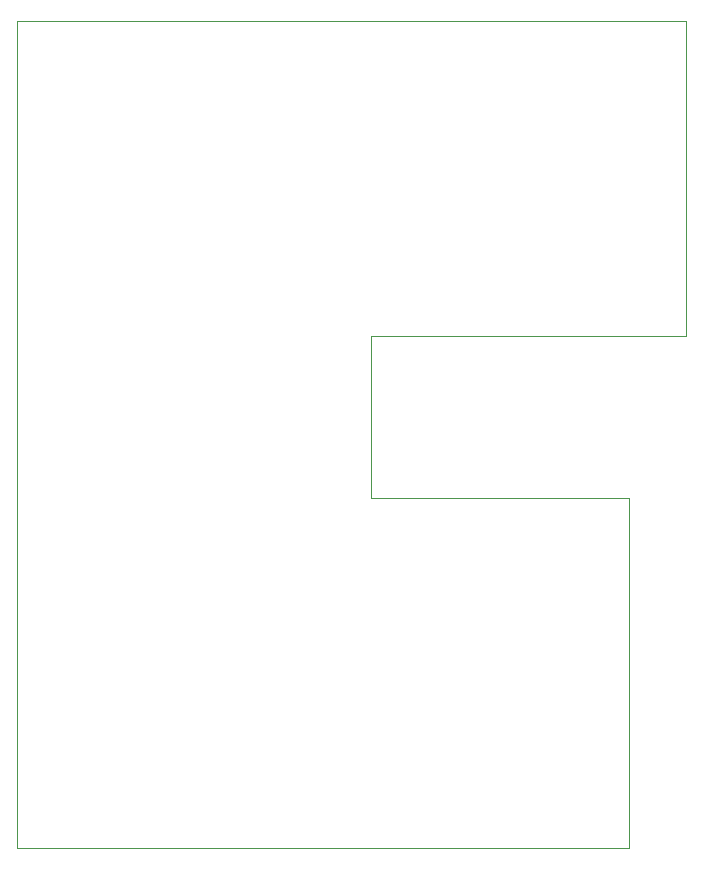
<source format=gbr>
%TF.GenerationSoftware,KiCad,Pcbnew,7.0.10*%
%TF.CreationDate,2024-03-01T12:14:43-06:00*%
%TF.ProjectId,ESP32,45535033-322e-46b6-9963-61645f706362,rev?*%
%TF.SameCoordinates,Original*%
%TF.FileFunction,Profile,NP*%
%FSLAX46Y46*%
G04 Gerber Fmt 4.6, Leading zero omitted, Abs format (unit mm)*
G04 Created by KiCad (PCBNEW 7.0.10) date 2024-03-01 12:14:43*
%MOMM*%
%LPD*%
G01*
G04 APERTURE LIST*
%TA.AperFunction,Profile*%
%ADD10C,0.100000*%
%TD*%
G04 APERTURE END LIST*
D10*
X123952000Y-77978000D02*
X102108000Y-77978000D01*
X102108000Y-64262000D02*
X128750000Y-64262000D01*
X123952000Y-107592000D02*
X123952000Y-77978000D01*
X72136000Y-37592000D02*
X72136000Y-107592000D01*
X128750000Y-37592000D02*
X72136000Y-37592000D01*
X102108000Y-77978000D02*
X102108000Y-64262000D01*
X128750000Y-64262000D02*
X128750000Y-37592000D01*
X72136000Y-107592000D02*
X123952000Y-107592000D01*
M02*

</source>
